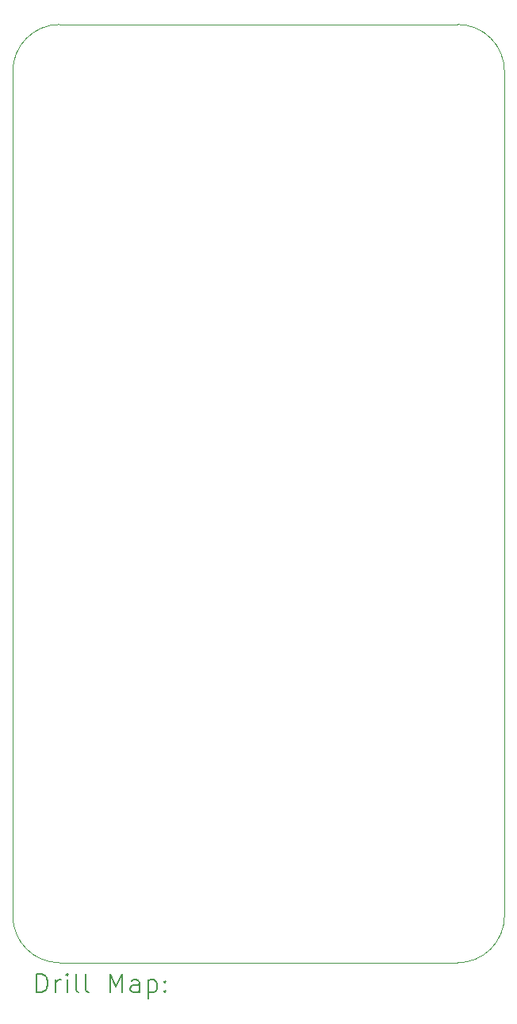
<source format=gbr>
%TF.GenerationSoftware,KiCad,Pcbnew,8.0.2*%
%TF.CreationDate,2024-05-12T23:01:26-04:00*%
%TF.ProjectId,rbmfm,72626d66-6d2e-46b6-9963-61645f706362,rev?*%
%TF.SameCoordinates,Original*%
%TF.FileFunction,Drillmap*%
%TF.FilePolarity,Positive*%
%FSLAX45Y45*%
G04 Gerber Fmt 4.5, Leading zero omitted, Abs format (unit mm)*
G04 Created by KiCad (PCBNEW 8.0.2) date 2024-05-12 23:01:26*
%MOMM*%
%LPD*%
G01*
G04 APERTURE LIST*
%ADD10C,0.100000*%
%ADD11C,0.200000*%
G04 APERTURE END LIST*
D10*
X15750000Y-6250000D02*
G75*
G02*
X16250000Y-6750000I0J-500000D01*
G01*
X11000000Y-6750000D02*
G75*
G02*
X11500000Y-6250000I500000J0D01*
G01*
X11500000Y-16250000D02*
X15750000Y-16250000D01*
X11500000Y-6250000D02*
X15750000Y-6250000D01*
X16250000Y-15750000D02*
G75*
G02*
X15750000Y-16250000I-500000J0D01*
G01*
X16250000Y-6750000D02*
X16250000Y-15750000D01*
X11000000Y-15750000D02*
X11000000Y-6750000D01*
X11500000Y-16250000D02*
G75*
G02*
X11000000Y-15750000I0J500000D01*
G01*
D11*
X11255777Y-16566484D02*
X11255777Y-16366484D01*
X11255777Y-16366484D02*
X11303396Y-16366484D01*
X11303396Y-16366484D02*
X11331967Y-16376008D01*
X11331967Y-16376008D02*
X11351015Y-16395055D01*
X11351015Y-16395055D02*
X11360539Y-16414103D01*
X11360539Y-16414103D02*
X11370062Y-16452198D01*
X11370062Y-16452198D02*
X11370062Y-16480769D01*
X11370062Y-16480769D02*
X11360539Y-16518865D01*
X11360539Y-16518865D02*
X11351015Y-16537912D01*
X11351015Y-16537912D02*
X11331967Y-16556960D01*
X11331967Y-16556960D02*
X11303396Y-16566484D01*
X11303396Y-16566484D02*
X11255777Y-16566484D01*
X11455777Y-16566484D02*
X11455777Y-16433150D01*
X11455777Y-16471246D02*
X11465301Y-16452198D01*
X11465301Y-16452198D02*
X11474824Y-16442674D01*
X11474824Y-16442674D02*
X11493872Y-16433150D01*
X11493872Y-16433150D02*
X11512920Y-16433150D01*
X11579586Y-16566484D02*
X11579586Y-16433150D01*
X11579586Y-16366484D02*
X11570062Y-16376008D01*
X11570062Y-16376008D02*
X11579586Y-16385531D01*
X11579586Y-16385531D02*
X11589110Y-16376008D01*
X11589110Y-16376008D02*
X11579586Y-16366484D01*
X11579586Y-16366484D02*
X11579586Y-16385531D01*
X11703396Y-16566484D02*
X11684348Y-16556960D01*
X11684348Y-16556960D02*
X11674824Y-16537912D01*
X11674824Y-16537912D02*
X11674824Y-16366484D01*
X11808158Y-16566484D02*
X11789110Y-16556960D01*
X11789110Y-16556960D02*
X11779586Y-16537912D01*
X11779586Y-16537912D02*
X11779586Y-16366484D01*
X12036729Y-16566484D02*
X12036729Y-16366484D01*
X12036729Y-16366484D02*
X12103396Y-16509341D01*
X12103396Y-16509341D02*
X12170062Y-16366484D01*
X12170062Y-16366484D02*
X12170062Y-16566484D01*
X12351015Y-16566484D02*
X12351015Y-16461722D01*
X12351015Y-16461722D02*
X12341491Y-16442674D01*
X12341491Y-16442674D02*
X12322443Y-16433150D01*
X12322443Y-16433150D02*
X12284348Y-16433150D01*
X12284348Y-16433150D02*
X12265301Y-16442674D01*
X12351015Y-16556960D02*
X12331967Y-16566484D01*
X12331967Y-16566484D02*
X12284348Y-16566484D01*
X12284348Y-16566484D02*
X12265301Y-16556960D01*
X12265301Y-16556960D02*
X12255777Y-16537912D01*
X12255777Y-16537912D02*
X12255777Y-16518865D01*
X12255777Y-16518865D02*
X12265301Y-16499817D01*
X12265301Y-16499817D02*
X12284348Y-16490293D01*
X12284348Y-16490293D02*
X12331967Y-16490293D01*
X12331967Y-16490293D02*
X12351015Y-16480769D01*
X12446253Y-16433150D02*
X12446253Y-16633150D01*
X12446253Y-16442674D02*
X12465301Y-16433150D01*
X12465301Y-16433150D02*
X12503396Y-16433150D01*
X12503396Y-16433150D02*
X12522443Y-16442674D01*
X12522443Y-16442674D02*
X12531967Y-16452198D01*
X12531967Y-16452198D02*
X12541491Y-16471246D01*
X12541491Y-16471246D02*
X12541491Y-16528388D01*
X12541491Y-16528388D02*
X12531967Y-16547436D01*
X12531967Y-16547436D02*
X12522443Y-16556960D01*
X12522443Y-16556960D02*
X12503396Y-16566484D01*
X12503396Y-16566484D02*
X12465301Y-16566484D01*
X12465301Y-16566484D02*
X12446253Y-16556960D01*
X12627205Y-16547436D02*
X12636729Y-16556960D01*
X12636729Y-16556960D02*
X12627205Y-16566484D01*
X12627205Y-16566484D02*
X12617682Y-16556960D01*
X12617682Y-16556960D02*
X12627205Y-16547436D01*
X12627205Y-16547436D02*
X12627205Y-16566484D01*
X12627205Y-16442674D02*
X12636729Y-16452198D01*
X12636729Y-16452198D02*
X12627205Y-16461722D01*
X12627205Y-16461722D02*
X12617682Y-16452198D01*
X12617682Y-16452198D02*
X12627205Y-16442674D01*
X12627205Y-16442674D02*
X12627205Y-16461722D01*
M02*

</source>
